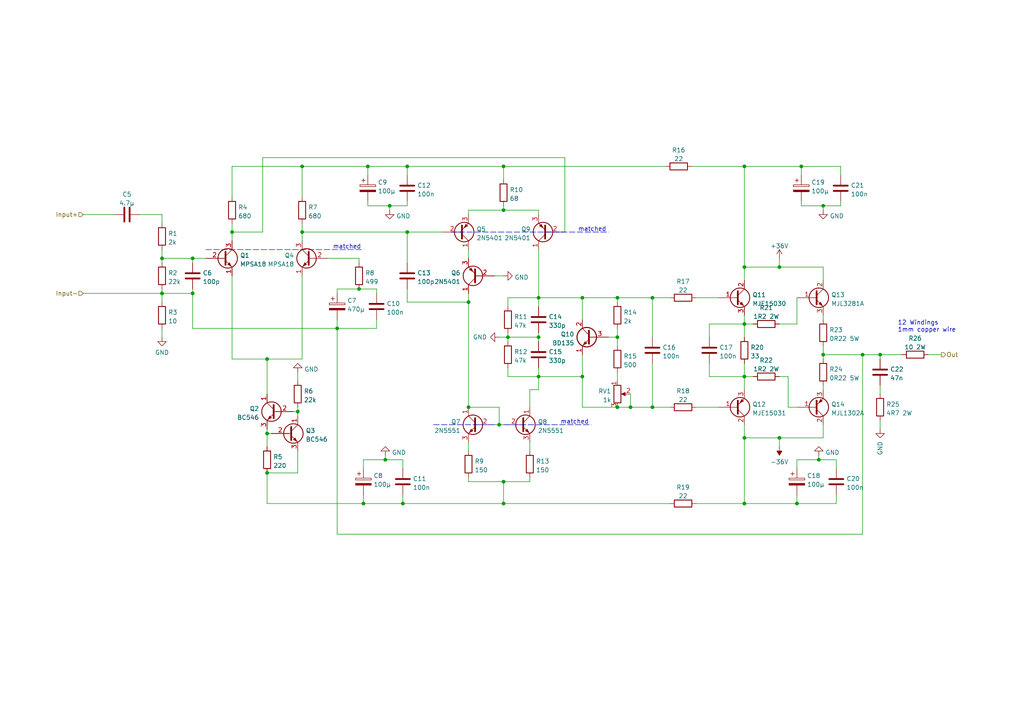
<source format=kicad_sch>
(kicad_sch (version 20211123) (generator eeschema)
  (paper "A4")
  (lib_symbols
    (symbol "Device:C" (pin_numbers hide) (pin_names (offset 0.254))
      (property "Reference" "C" (at 0.635 2.54 0))
      (property "Value" "C" (at 0.635 -2.54 0))
      (symbol "C_0_1"
        (polyline (pts (xy -2.032 -0.762) (xy 2.032 -0.762)) (stroke (width 0.508)))
        (polyline (pts (xy -2.032 0.762) (xy 2.032 0.762)) (stroke (width 0.508)))
      )
      (symbol "C_1_1"
        (pin passive line (at 0 3.81 270) (length 2.794) (name "~") (number "1"))
        (pin passive line (at 0 -3.81 90) (length 2.794) (name "~") (number "2"))
      )
    )
    (symbol "Device:C_Polarized" (pin_numbers hide) (pin_names (offset 0.254))
      (property "Reference" "C" (at 0.635 2.54 0))
      (property "Value" "C_Polarized" (at 0.635 -2.54 0))
      (symbol "C_Polarized_0_1"
        (rectangle (start -2.286 0.508) (end 2.286 1.016))
        (polyline (pts (xy -1.778 2.286) (xy -0.762 2.286)))
        (polyline (pts (xy -1.27 2.794) (xy -1.27 1.778)))
        (rectangle (start 2.286 -0.508) (end -2.286 -1.016) (fill (type outline)))
      )
      (symbol "C_Polarized_1_1"
        (pin passive line (at 0 3.81 270) (length 2.794) (name "~") (number "1"))
        (pin passive line (at 0 -3.81 90) (length 2.794) (name "~") (number "2"))
      )
    )
    (symbol "Device:Q_NPN_BCE" (pin_names (offset 0) hide)
      (property "Reference" "Q" (at 5.08 1.27 0))
      (property "Value" "Q_NPN_BCE" (at 5.08 -1.27 0))
      (symbol "Q_NPN_BCE_0_1"
        (polyline (pts (xy 0.635 0.635) (xy 2.54 2.54)))
        (polyline (pts (xy 0.635 -0.635) (xy 2.54 -2.54) (xy 2.54 -2.54)))
        (polyline (pts (xy 0.635 1.905) (xy 0.635 -1.905) (xy 0.635 -1.905)) (stroke (width 0.508)))
        (polyline (pts (xy 1.27 -1.778) (xy 1.778 -1.27) (xy 2.286 -2.286) (xy 1.27 -1.778) (xy 1.27 -1.778)) (fill (type outline)))
        (circle (center 1.27 0) (radius 2.8194) (stroke (width 0.254)))
      )
      (symbol "Q_NPN_BCE_1_1"
        (pin input line (at -5.08 0 0) (length 5.715) (name "B") (number "1"))
        (pin passive line (at 2.54 5.08 270) (length 2.54) (name "C") (number "2"))
        (pin passive line (at 2.54 -5.08 90) (length 2.54) (name "E") (number "3"))
      )
    )
    (symbol "Device:Q_NPN_CBE" (pin_names (offset 0) hide)
      (property "Reference" "Q" (at 5.08 1.27 0))
      (property "Value" "Q_NPN_CBE" (at 5.08 -1.27 0))
      (symbol "Q_NPN_CBE_0_1"
        (polyline (pts (xy 0.635 0.635) (xy 2.54 2.54)))
        (polyline (pts (xy 0.635 -0.635) (xy 2.54 -2.54) (xy 2.54 -2.54)))
        (polyline (pts (xy 0.635 1.905) (xy 0.635 -1.905) (xy 0.635 -1.905)) (stroke (width 0.508)))
        (polyline (pts (xy 1.27 -1.778) (xy 1.778 -1.27) (xy 2.286 -2.286) (xy 1.27 -1.778) (xy 1.27 -1.778)) (fill (type outline)))
        (circle (center 1.27 0) (radius 2.8194) (stroke (width 0.254)))
      )
      (symbol "Q_NPN_CBE_1_1"
        (pin passive line (at 2.54 5.08 270) (length 2.54) (name "C") (number "1"))
        (pin input line (at -5.08 0 0) (length 5.715) (name "B") (number "2"))
        (pin passive line (at 2.54 -5.08 90) (length 2.54) (name "E") (number "3"))
      )
    )
    (symbol "Device:Q_PNP_BCE" (pin_names (offset 0) hide)
      (property "Reference" "Q" (at 5.08 1.27 0))
      (property "Value" "Q_PNP_BCE" (at 5.08 -1.27 0))
      (symbol "Q_PNP_BCE_0_1"
        (polyline (pts (xy 0.635 0.635) (xy 2.54 2.54)))
        (polyline (pts (xy 0.635 -0.635) (xy 2.54 -2.54) (xy 2.54 -2.54)))
        (polyline (pts (xy 0.635 1.905) (xy 0.635 -1.905) (xy 0.635 -1.905)) (stroke (width 0.508)))
        (polyline (pts (xy 2.286 -1.778) (xy 1.778 -2.286) (xy 1.27 -1.27) (xy 2.286 -1.778) (xy 2.286 -1.778)) (fill (type outline)))
        (circle (center 1.27 0) (radius 2.8194) (stroke (width 0.254)))
      )
      (symbol "Q_PNP_BCE_1_1"
        (pin input line (at -5.08 0 0) (length 5.715) (name "B") (number "1"))
        (pin passive line (at 2.54 5.08 270) (length 2.54) (name "C") (number "2"))
        (pin passive line (at 2.54 -5.08 90) (length 2.54) (name "E") (number "3"))
      )
    )
    (symbol "Device:Q_PNP_CBE" (pin_names (offset 0) hide)
      (property "Reference" "Q" (at 5.08 1.27 0))
      (property "Value" "Q_PNP_CBE" (at 5.08 -1.27 0))
      (symbol "Q_PNP_CBE_0_1"
        (polyline (pts (xy 0.635 0.635) (xy 2.54 2.54)))
        (polyline (pts (xy 0.635 -0.635) (xy 2.54 -2.54) (xy 2.54 -2.54)))
        (polyline (pts (xy 0.635 1.905) (xy 0.635 -1.905) (xy 0.635 -1.905)) (stroke (width 0.508)))
        (polyline (pts (xy 2.286 -1.778) (xy 1.778 -2.286) (xy 1.27 -1.27) (xy 2.286 -1.778) (xy 2.286 -1.778)) (fill (type outline)))
        (circle (center 1.27 0) (radius 2.8194) (stroke (width 0.254)))
      )
      (symbol "Q_PNP_CBE_1_1"
        (pin passive line (at 2.54 5.08 270) (length 2.54) (name "C") (number "1"))
        (pin input line (at -5.08 0 0) (length 5.715) (name "B") (number "2"))
        (pin passive line (at 2.54 -5.08 90) (length 2.54) (name "E") (number "3"))
      )
    )
    (symbol "Device:R" (pin_numbers hide) (pin_names (offset 0))
      (property "Reference" "R" (at 2.032 0 90))
      (property "Value" "R" (at 0 0 90))
      (symbol "R_0_1"
        (rectangle (start -1.016 -2.54) (end 1.016 2.54) (stroke (width 0.254)))
      )
      (symbol "R_1_1"
        (pin passive line (at 0 3.81 270) (length 1.27) (name "~") (number "1"))
        (pin passive line (at 0 -3.81 90) (length 1.27) (name "~") (number "2"))
      )
    )
    (symbol "Device:R_Potentiometer" (pin_names (offset 1.016) hide)
      (property "Reference" "RV" (at -4.445 0 90))
      (property "Value" "R_Potentiometer" (at -2.54 0 90))
      (symbol "R_Potentiometer_0_1"
        (polyline (pts (xy 2.54 0) (xy 1.524 0)))
        (polyline (pts (xy 1.143 0) (xy 2.286 0.508) (xy 2.286 -0.508) (xy 1.143 0)) (fill (type outline)))
        (rectangle (start 1.016 2.54) (end -1.016 -2.54) (stroke (width 0.254)))
      )
      (symbol "R_Potentiometer_1_1"
        (pin passive line (at 0 3.81 270) (length 1.27) (name "1") (number "1"))
        (pin passive line (at 3.81 0 180) (length 1.27) (name "2") (number "2"))
        (pin passive line (at 0 -3.81 90) (length 1.27) (name "3") (number "3"))
      )
    )
    (symbol "Transistor_BJT:BC546" (pin_names (offset 0) hide)
      (property "Reference" "Q" (at 5.08 1.905 0))
      (property "Value" "BC546" (at 5.08 0 0))
      (symbol "BC546_0_1"
        (polyline (pts (xy 0 0) (xy 0.635 0)))
        (polyline (pts (xy 0.635 0.635) (xy 2.54 2.54)))
        (polyline (pts (xy 0.635 -0.635) (xy 2.54 -2.54) (xy 2.54 -2.54)))
        (polyline (pts (xy 0.635 1.905) (xy 0.635 -1.905) (xy 0.635 -1.905)) (stroke (width 0.508)))
        (polyline (pts (xy 1.27 -1.778) (xy 1.778 -1.27) (xy 2.286 -2.286) (xy 1.27 -1.778) (xy 1.27 -1.778)) (fill (type outline)))
        (circle (center 1.27 0) (radius 2.8194) (stroke (width 0.254)))
      )
      (symbol "BC546_1_1"
        (pin passive line (at 2.54 5.08 270) (length 2.54) (name "C") (number "1"))
        (pin input line (at -5.08 0 0) (length 5.08) (name "B") (number "2"))
        (pin passive line (at 2.54 -5.08 90) (length 2.54) (name "E") (number "3"))
      )
    )
    (symbol "Transistor_BJT:BD135" (pin_names (offset 0) hide)
      (property "Reference" "Q" (at 5.08 1.905 0))
      (property "Value" "BD135" (at 5.08 0 0))
      (symbol "BD135_0_1"
        (polyline (pts (xy 0 0) (xy 0.635 0)))
        (polyline (pts (xy 2.54 -2.54) (xy 0.635 -0.635)))
        (polyline (pts (xy 2.54 2.54) (xy 0.635 0.635)))
        (polyline (pts (xy 0.635 1.905) (xy 0.635 -1.905) (xy 0.635 -1.905)) (stroke (width 0.508)) (fill (type outline)))
        (polyline (pts (xy 1.2446 -1.778) (xy 1.7526 -1.27) (xy 2.286 -2.286) (xy 1.2446 -1.778) (xy 1.2446 -1.778)) (fill (type outline)))
        (circle (center 1.27 0) (radius 2.8194) (stroke (width 0.3048)))
      )
      (symbol "BD135_1_1"
        (pin passive line (at 2.54 -5.08 90) (length 2.54) (name "E") (number "1"))
        (pin passive line (at 2.54 5.08 270) (length 2.54) (name "C") (number "2"))
        (pin input line (at -5.08 0 0) (length 5.08) (name "B") (number "3"))
      )
    )
    (symbol "Transistor_BJT:MPSA42" (pin_names (offset 1.016) hide)
      (property "Reference" "Q" (at 5.08 1.905 0))
      (property "Value" "MPSA42" (at 5.08 0 0))
      (symbol "MPSA42_0_1"
        (polyline (pts (xy 0 0) (xy 0.635 0)))
        (polyline (pts (xy 0.635 0.635) (xy 2.54 2.54)))
        (polyline (pts (xy 0.635 -0.635) (xy 2.54 -2.54) (xy 2.54 -2.54)))
        (polyline (pts (xy 0.635 1.905) (xy 0.635 -1.905) (xy 0.635 -1.905)) (stroke (width 0.508)))
        (polyline (pts (xy 1.27 -1.778) (xy 1.778 -1.27) (xy 2.286 -2.286) (xy 1.27 -1.778) (xy 1.27 -1.778)) (fill (type outline)))
        (circle (center 1.27 0) (radius 2.8194) (stroke (width 0.254)))
      )
      (symbol "MPSA42_1_1"
        (pin passive line (at 2.54 -5.08 90) (length 2.54) (name "E") (number "1"))
        (pin input line (at -5.08 0 0) (length 5.08) (name "B") (number "2"))
        (pin passive line (at 2.54 5.08 270) (length 2.54) (name "C") (number "3"))
      )
    )
    (symbol "power:+36V" (power) (pin_names (offset 0))
      (property "Value" "+36V" (at 0 3.556 0))
      (symbol "+36V_0_1"
        (polyline (pts (xy -0.762 1.27) (xy 0 2.54)))
        (polyline (pts (xy 0 0) (xy 0 2.54)))
        (polyline (pts (xy 0 2.54) (xy 0.762 1.27)))
      )
      (symbol "+36V_1_1"
        (pin power_in line (at 0 0 90) (length 0) hide (name "+36V") (number "1"))
      )
    )
    (symbol "power:-36V" (power) (pin_names (offset 0))
      (property "Value" "-36V" (at 0 3.81 0))
      (symbol "-36V_0_0"
        (pin power_in line (at 0 0 90) (length 0) hide (name "-36V") (number "1"))
      )
      (symbol "-36V_0_1"
        (polyline (pts (xy 0 0) (xy 0 1.27) (xy 0.762 1.27) (xy 0 2.54) (xy -0.762 1.27) (xy 0 1.27)) (fill (type outline)))
      )
    )
    (symbol "power:GND" (power) (pin_names (offset 0))
      (property "Value" "GND" (at 0 -3.81 0))
      (symbol "GND_0_1"
        (polyline (pts (xy 0 0) (xy 0 -1.27) (xy 1.27 -1.27) (xy 0 -2.54) (xy -1.27 -1.27) (xy 0 -1.27)))
      )
      (symbol "GND_1_1"
        (pin power_in line (at 0 0 270) (length 0) hide (name "GND") (number "1"))
      )
    )
  )
  (junction (at 168.91 86.36))
  (junction (at 97.79 95.25))
  (junction (at 215.9 146.05))
  (junction (at 146.05 60.96))
  (junction (at 250.19 102.87))
  (junction (at 77.47 125.73))
  (junction (at 111.76 133.35))
  (junction (at 118.11 48.26))
  (junction (at 55.88 74.93))
  (junction (at 226.06 127))
  (junction (at 168.91 109.22))
  (junction (at 215.9 127))
  (junction (at 116.84 146.05))
  (junction (at 215.9 109.22))
  (junction (at 182.88 118.11))
  (junction (at 215.9 77.47))
  (junction (at 147.32 97.79))
  (junction (at 135.89 87.63))
  (junction (at 55.88 85.09))
  (junction (at 67.31 67.31))
  (junction (at 215.9 48.26))
  (junction (at 255.27 102.87))
  (junction (at 238.76 59.69))
  (junction (at 146.05 139.7))
  (junction (at 179.07 97.79))
  (junction (at 226.06 77.47))
  (junction (at 135.89 118.11))
  (junction (at 179.07 86.36))
  (junction (at 77.47 104.14))
  (junction (at 106.68 48.26))
  (junction (at 146.05 146.05))
  (junction (at 238.76 102.87))
  (junction (at 46.99 74.93))
  (junction (at 118.11 67.31))
  (junction (at 87.63 48.26))
  (junction (at 189.23 118.11))
  (junction (at 156.21 109.22))
  (junction (at 86.36 119.38))
  (junction (at 46.99 85.09))
  (junction (at 231.14 146.05))
  (junction (at 144.78 123.19))
  (junction (at 113.03 59.69))
  (junction (at 156.21 97.79))
  (junction (at 237.49 133.35))
  (junction (at 104.14 83.82))
  (junction (at 105.41 146.05))
  (junction (at 146.05 48.26))
  (junction (at 232.41 48.26))
  (junction (at 179.07 118.11))
  (junction (at 156.21 86.36))
  (junction (at 189.23 86.36))
  (junction (at 77.47 137.16))
  (junction (at 87.63 67.31))
  (junction (at 215.9 93.98))
  (wire (pts (xy 67.31 48.26) (xy 67.31 57.15)))
  (wire (pts (xy 156.21 97.79) (xy 156.21 99.06)))
  (wire (pts (xy 86.36 137.16) (xy 86.36 130.81)))
  (wire (pts (xy 215.9 77.47) (xy 215.9 48.26)))
  (wire (pts (xy 118.11 48.26) (xy 146.05 48.26)))
  (wire (pts (xy 156.21 72.39) (xy 156.21 86.36)))
  (wire (pts (xy 242.57 133.35) (xy 237.49 133.35)))
  (wire (pts (xy 201.93 86.36) (xy 208.28 86.36)))
  (wire (pts (xy 77.47 125.73) (xy 78.74 125.73)))
  (wire (pts (xy 232.41 58.42) (xy 232.41 59.69)))
  (wire (pts (xy 205.74 97.79) (xy 205.74 93.98)))
  (wire (pts (xy 118.11 59.69) (xy 113.03 59.69)))
  (wire (pts (xy 118.11 67.31) (xy 128.27 67.31)))
  (wire (pts (xy 135.89 138.43) (xy 135.89 139.7)))
  (wire (pts (xy 77.47 146.05) (xy 77.47 137.16)))
  (wire (pts (xy 147.32 106.68) (xy 147.32 109.22)))
  (wire (pts (xy 24.13 62.23) (xy 33.02 62.23)))
  (wire (pts (xy 156.21 62.23) (xy 156.21 60.96)))
  (wire (pts (xy 215.9 105.41) (xy 215.9 109.22)))
  (wire (pts (xy 118.11 83.82) (xy 118.11 87.63)))
  (wire (pts (xy 67.31 80.01) (xy 67.31 104.14)))
  (wire (pts (xy 189.23 97.79) (xy 189.23 86.36)))
  (wire (pts (xy 46.99 83.82) (xy 46.99 85.09)))
  (wire (pts (xy 168.91 102.87) (xy 168.91 109.22)))
  (wire (pts (xy 153.67 139.7) (xy 153.67 138.43)))
  (wire (pts (xy 242.57 146.05) (xy 242.57 143.51)))
  (wire (pts (xy 163.83 45.72) (xy 76.2 45.72)))
  (wire (pts (xy 215.9 77.47) (xy 226.06 77.47)))
  (wire (pts (xy 232.41 48.26) (xy 232.41 50.8)))
  (polyline (pts (xy 130.81 67.31) (xy 176.53 67.31)))
  (wire (pts (xy 87.63 67.31) (xy 87.63 69.85)))
  (wire (pts (xy 87.63 104.14) (xy 77.47 104.14)))
  (wire (pts (xy 97.79 95.25) (xy 97.79 154.94)))
  (wire (pts (xy 228.6 109.22) (xy 228.6 118.11)))
  (wire (pts (xy 232.41 48.26) (xy 215.9 48.26)))
  (wire (pts (xy 163.83 67.31) (xy 163.83 45.72)))
  (wire (pts (xy 46.99 85.09) (xy 46.99 87.63)))
  (wire (pts (xy 147.32 96.52) (xy 147.32 97.79)))
  (wire (pts (xy 168.91 86.36) (xy 156.21 86.36)))
  (polyline (pts (xy 59.69 72.39) (xy 105.41 72.39)))
  (wire (pts (xy 250.19 154.94) (xy 250.19 102.87)))
  (wire (pts (xy 77.47 125.73) (xy 77.47 129.54)))
  (wire (pts (xy 215.9 48.26) (xy 200.66 48.26)))
  (wire (pts (xy 76.2 45.72) (xy 76.2 67.31)))
  (wire (pts (xy 77.47 124.46) (xy 77.47 125.73)))
  (wire (pts (xy 46.99 74.93) (xy 55.88 74.93)))
  (wire (pts (xy 97.79 95.25) (xy 55.88 95.25)))
  (wire (pts (xy 146.05 139.7) (xy 146.05 146.05)))
  (wire (pts (xy 156.21 60.96) (xy 146.05 60.96)))
  (wire (pts (xy 55.88 74.93) (xy 55.88 76.2)))
  (wire (pts (xy 118.11 58.42) (xy 118.11 59.69)))
  (wire (pts (xy 106.68 48.26) (xy 106.68 50.8)))
  (wire (pts (xy 156.21 86.36) (xy 156.21 88.9)))
  (wire (pts (xy 87.63 80.01) (xy 87.63 104.14)))
  (wire (pts (xy 189.23 86.36) (xy 194.31 86.36)))
  (wire (pts (xy 135.89 118.11) (xy 144.78 118.11)))
  (wire (pts (xy 97.79 92.71) (xy 97.79 95.25)))
  (wire (pts (xy 237.49 133.35) (xy 237.49 132.08)))
  (wire (pts (xy 226.06 109.22) (xy 228.6 109.22)))
  (wire (pts (xy 135.89 128.27) (xy 135.89 130.81)))
  (wire (pts (xy 194.31 146.05) (xy 146.05 146.05)))
  (wire (pts (xy 147.32 86.36) (xy 156.21 86.36)))
  (wire (pts (xy 46.99 95.25) (xy 46.99 97.79)))
  (wire (pts (xy 238.76 111.76) (xy 238.76 113.03)))
  (wire (pts (xy 215.9 146.05) (xy 231.14 146.05)))
  (wire (pts (xy 179.07 86.36) (xy 168.91 86.36)))
  (wire (pts (xy 144.78 118.11) (xy 144.78 123.19)))
  (wire (pts (xy 116.84 133.35) (xy 111.76 133.35)))
  (wire (pts (xy 77.47 137.16) (xy 86.36 137.16)))
  (wire (pts (xy 105.41 146.05) (xy 77.47 146.05)))
  (wire (pts (xy 55.88 85.09) (xy 55.88 83.82)))
  (wire (pts (xy 135.89 87.63) (xy 135.89 118.11)))
  (wire (pts (xy 226.06 93.98) (xy 231.14 93.98)))
  (wire (pts (xy 228.6 118.11) (xy 231.14 118.11)))
  (wire (pts (xy 147.32 88.9) (xy 147.32 86.36)))
  (wire (pts (xy 238.76 77.47) (xy 226.06 77.47)))
  (wire (pts (xy 168.91 109.22) (xy 156.21 109.22)))
  (wire (pts (xy 176.53 97.79) (xy 179.07 97.79)))
  (wire (pts (xy 179.07 87.63) (xy 179.07 86.36)))
  (wire (pts (xy 87.63 48.26) (xy 106.68 48.26)))
  (wire (pts (xy 201.93 118.11) (xy 208.28 118.11)))
  (wire (pts (xy 118.11 48.26) (xy 118.11 50.8)))
  (wire (pts (xy 205.74 93.98) (xy 215.9 93.98)))
  (wire (pts (xy 156.21 109.22) (xy 156.21 106.68)))
  (wire (pts (xy 255.27 102.87) (xy 255.27 104.14)))
  (wire (pts (xy 97.79 83.82) (xy 104.14 83.82)))
  (wire (pts (xy 232.41 59.69) (xy 238.76 59.69)))
  (wire (pts (xy 106.68 48.26) (xy 118.11 48.26)))
  (wire (pts (xy 182.88 114.3) (xy 182.88 118.11)))
  (wire (pts (xy 144.78 123.19) (xy 146.05 123.19)))
  (wire (pts (xy 67.31 104.14) (xy 77.47 104.14)))
  (wire (pts (xy 242.57 135.89) (xy 242.57 133.35)))
  (wire (pts (xy 255.27 102.87) (xy 261.62 102.87)))
  (wire (pts (xy 67.31 48.26) (xy 87.63 48.26)))
  (wire (pts (xy 55.88 74.93) (xy 59.69 74.93)))
  (wire (pts (xy 40.64 62.23) (xy 46.99 62.23)))
  (wire (pts (xy 168.91 92.71) (xy 168.91 86.36)))
  (wire (pts (xy 215.9 109.22) (xy 218.44 109.22)))
  (wire (pts (xy 156.21 96.52) (xy 156.21 97.79)))
  (wire (pts (xy 238.76 102.87) (xy 238.76 104.14)))
  (wire (pts (xy 189.23 86.36) (xy 179.07 86.36)))
  (wire (pts (xy 116.84 135.89) (xy 116.84 133.35)))
  (wire (pts (xy 77.47 104.14) (xy 77.47 114.3)))
  (wire (pts (xy 215.9 93.98) (xy 218.44 93.98)))
  (wire (pts (xy 106.68 59.69) (xy 113.03 59.69)))
  (wire (pts (xy 243.84 50.8) (xy 243.84 48.26)))
  (wire (pts (xy 231.14 93.98) (xy 231.14 86.36)))
  (wire (pts (xy 147.32 109.22) (xy 156.21 109.22)))
  (wire (pts (xy 87.63 67.31) (xy 118.11 67.31)))
  (wire (pts (xy 215.9 123.19) (xy 215.9 127)))
  (wire (pts (xy 189.23 118.11) (xy 194.31 118.11)))
  (wire (pts (xy 143.51 80.01) (xy 146.05 80.01)))
  (wire (pts (xy 215.9 91.44) (xy 215.9 93.98)))
  (wire (pts (xy 146.05 146.05) (xy 116.84 146.05)))
  (wire (pts (xy 135.89 62.23) (xy 135.89 60.96)))
  (wire (pts (xy 238.76 102.87) (xy 250.19 102.87)))
  (wire (pts (xy 146.05 139.7) (xy 153.67 139.7)))
  (wire (pts (xy 231.14 146.05) (xy 242.57 146.05)))
  (wire (pts (xy 238.76 123.19) (xy 238.76 127)))
  (wire (pts (xy 118.11 76.2) (xy 118.11 67.31)))
  (wire (pts (xy 46.99 62.23) (xy 46.99 64.77)))
  (wire (pts (xy 179.07 97.79) (xy 179.07 100.33)))
  (wire (pts (xy 153.67 128.27) (xy 153.67 130.81)))
  (wire (pts (xy 255.27 111.76) (xy 255.27 114.3)))
  (wire (pts (xy 118.11 87.63) (xy 135.89 87.63)))
  (wire (pts (xy 46.99 85.09) (xy 55.88 85.09)))
  (wire (pts (xy 86.36 107.95) (xy 86.36 110.49)))
  (wire (pts (xy 189.23 105.41) (xy 189.23 118.11)))
  (wire (pts (xy 87.63 64.77) (xy 87.63 67.31)))
  (wire (pts (xy 238.76 59.69) (xy 238.76 60.96)))
  (wire (pts (xy 226.06 77.47) (xy 226.06 74.93)))
  (wire (pts (xy 215.9 109.22) (xy 215.9 113.03)))
  (wire (pts (xy 231.14 133.35) (xy 237.49 133.35)))
  (wire (pts (xy 238.76 100.33) (xy 238.76 102.87)))
  (wire (pts (xy 179.07 118.11) (xy 168.91 118.11)))
  (wire (pts (xy 231.14 135.89) (xy 231.14 133.35)))
  (wire (pts (xy 67.31 64.77) (xy 67.31 67.31)))
  (wire (pts (xy 153.67 113.03) (xy 156.21 113.03)))
  (wire (pts (xy 238.76 91.44) (xy 238.76 92.71)))
  (wire (pts (xy 147.32 97.79) (xy 147.32 99.06)))
  (wire (pts (xy 76.2 67.31) (xy 67.31 67.31)))
  (wire (pts (xy 144.78 123.19) (xy 143.51 123.19)))
  (wire (pts (xy 179.07 107.95) (xy 179.07 110.49)))
  (wire (pts (xy 238.76 127) (xy 226.06 127)))
  (wire (pts (xy 243.84 48.26) (xy 232.41 48.26)))
  (wire (pts (xy 146.05 60.96) (xy 146.05 59.69)))
  (wire (pts (xy 86.36 118.11) (xy 86.36 119.38)))
  (wire (pts (xy 111.76 133.35) (xy 111.76 132.08)))
  (wire (pts (xy 168.91 118.11) (xy 168.91 109.22)))
  (wire (pts (xy 86.36 119.38) (xy 86.36 120.65)))
  (wire (pts (xy 146.05 48.26) (xy 146.05 52.07)))
  (wire (pts (xy 189.23 118.11) (xy 182.88 118.11)))
  (wire (pts (xy 215.9 127) (xy 226.06 127)))
  (wire (pts (xy 105.41 143.51) (xy 105.41 146.05)))
  (wire (pts (xy 135.89 139.7) (xy 146.05 139.7)))
  (wire (pts (xy 109.22 83.82) (xy 104.14 83.82)))
  (wire (pts (xy 109.22 95.25) (xy 97.79 95.25)))
  (wire (pts (xy 95.25 74.93) (xy 104.14 74.93)))
  (wire (pts (xy 156.21 113.03) (xy 156.21 109.22)))
  (wire (pts (xy 135.89 87.63) (xy 135.89 85.09)))
  (wire (pts (xy 243.84 58.42) (xy 243.84 59.69)))
  (wire (pts (xy 97.79 85.09) (xy 97.79 83.82)))
  (wire (pts (xy 55.88 95.25) (xy 55.88 85.09)))
  (wire (pts (xy 97.79 154.94) (xy 250.19 154.94)))
  (wire (pts (xy 85.09 119.38) (xy 86.36 119.38)))
  (wire (pts (xy 135.89 60.96) (xy 146.05 60.96)))
  (wire (pts (xy 106.68 58.42) (xy 106.68 59.69)))
  (wire (pts (xy 116.84 143.51) (xy 116.84 146.05)))
  (wire (pts (xy 255.27 121.92) (xy 255.27 124.46)))
  (wire (pts (xy 215.9 146.05) (xy 215.9 127)))
  (wire (pts (xy 87.63 48.26) (xy 87.63 57.15)))
  (wire (pts (xy 146.05 48.26) (xy 193.04 48.26)))
  (wire (pts (xy 46.99 74.93) (xy 46.99 76.2)))
  (wire (pts (xy 105.41 133.35) (xy 111.76 133.35)))
  (wire (pts (xy 105.41 135.89) (xy 105.41 133.35)))
  (wire (pts (xy 67.31 67.31) (xy 67.31 69.85)))
  (wire (pts (xy 147.32 97.79) (xy 156.21 97.79)))
  (wire (pts (xy 201.93 146.05) (xy 215.9 146.05)))
  (wire (pts (xy 238.76 81.28) (xy 238.76 77.47)))
  (wire (pts (xy 113.03 59.69) (xy 113.03 60.96)))
  (polyline (pts (xy 125.73 123.19) (xy 171.45 123.19)))
  (wire (pts (xy 24.13 85.09) (xy 46.99 85.09)))
  (wire (pts (xy 104.14 74.93) (xy 104.14 76.2)))
  (wire (pts (xy 269.24 102.87) (xy 273.05 102.87)))
  (wire (pts (xy 109.22 92.71) (xy 109.22 95.25)))
  (wire (pts (xy 46.99 72.39) (xy 46.99 74.93)))
  (wire (pts (xy 231.14 143.51) (xy 231.14 146.05)))
  (wire (pts (xy 250.19 102.87) (xy 255.27 102.87)))
  (wire (pts (xy 135.89 72.39) (xy 135.89 74.93)))
  (wire (pts (xy 226.06 127) (xy 226.06 129.54)))
  (wire (pts (xy 205.74 105.41) (xy 205.74 109.22)))
  (wire (pts (xy 215.9 93.98) (xy 215.9 97.79)))
  (wire (pts (xy 182.88 118.11) (xy 179.07 118.11)))
  (wire (pts (xy 243.84 59.69) (xy 238.76 59.69)))
  (wire (pts (xy 116.84 146.05) (xy 105.41 146.05)))
  (wire (pts (xy 153.67 118.11) (xy 153.67 113.03)))
  (wire (pts (xy 205.74 109.22) (xy 215.9 109.22)))
  (wire (pts (xy 109.22 85.09) (xy 109.22 83.82)))
  (wire (pts (xy 215.9 81.28) (xy 215.9 77.47)))
  (wire (pts (xy 144.78 97.79) (xy 147.32 97.79)))
  (wire (pts (xy 179.07 95.25) (xy 179.07 97.79)))
  (text "12 Windings \n1mm copper wire" (at 260.35 96.52 0) (effects (font (size 1.27 1.27)) (justify left bottom)))
  (text "matched" (at 96.52 72.39 0) (effects (font (size 1.27 1.27)) (justify left bottom)))
  (text "matched" (at 167.64 67.31 0) (effects (font (size 1.27 1.27)) (justify left bottom)))
  (text "matched" (at 162.56 123.19 0) (effects (font (size 1.27 1.27)) (justify left bottom)))
  (hierarchical_label "Input-" (shape input) (at 24.13 85.09 180))
  (hierarchical_label "Out" (shape output) (at 273.05 102.87 0))
  (hierarchical_label "Input+" (shape input) (at 24.13 62.23 180))
  (symbol (lib_id "Device:R") (at 222.25 93.98 90) (unit 1)
    (property "Reference" "R21" (at 222.25 89.2642 90))
    (property "Value" "1R2 2W" (at 222.25 91.8011 90))
  )
  (symbol (lib_id "Device:R") (at 265.43 102.87 90) (unit 1)
    (property "Reference" "R26" (at 265.43 98.1542 90))
    (property "Value" "10 2W" (at 265.43 100.6911 90))
  )
  (symbol (lib_id "Transistor_BJT:MPSA42") (at 90.17 74.93 0) (mirror y) (unit 1)
    (property "Reference" "Q4" (at 85.3186 74.0953 0) (effects (justify left)))
    (property "Value" "MPSA18" (at 85.3186 76.6322 0) (effects (justify left)))
    (property "Footprint" "Package_TO_SOT_THT:TO-92_Inline" (effects hide))
    (property "Datasheet" "http://www.onsemi.com/pub_link/Collateral/MPSA42-D.PDF" (effects hide))
  )
  (symbol (lib_id "Device:R") (at 198.12 118.11 90) (unit 1)
    (property "Reference" "R18" (at 198.12 113.3942 90))
    (property "Value" "22" (at 198.12 115.9311 90))
  )
  (symbol (lib_id "Transistor_BJT:BD135") (at 171.45 97.79 0) (mirror y) (unit 1)
    (property "Reference" "Q10" (at 166.5732 96.9553 0) (effects (justify left)))
    (property "Value" "BD135" (at 166.5732 99.4922 0) (effects (justify left)))
    (property "Footprint" "Package_TO_SOT_THT:TO-126-3_Vertical" (effects hide))
    (property "Datasheet" "http://www.st.com/internet/com/TECHNICAL_RESOURCES/TECHNICAL_LITERATURE/DATASHEET/CD00001225.pdf" (effects hide))
  )
  (symbol (lib_id "Device:C") (at 156.21 102.87 0) (unit 1)
    (property "Reference" "C15" (at 159.131 102.0353 0) (effects (justify left)))
    (property "Value" "330p" (at 159.131 104.5722 0) (effects (justify left)))
  )
  (symbol (lib_id "Device:R") (at 147.32 102.87 0) (unit 1)
    (property "Reference" "R12" (at 149.098 102.0353 0) (effects (justify left)))
    (property "Value" "47k" (at 149.098 104.5722 0) (effects (justify left)))
  )
  (symbol (lib_id "Device:C") (at 156.21 92.71 0) (unit 1)
    (property "Reference" "C14" (at 159.131 91.8753 0) (effects (justify left)))
    (property "Value" "330p" (at 159.131 94.4122 0) (effects (justify left)))
  )
  (symbol (lib_id "Device:Q_PNP_BCE") (at 213.36 118.11 0) (mirror x) (unit 1)
    (property "Reference" "Q12" (at 218.2114 117.2753 0) (effects (justify left)))
    (property "Value" "MJE15031" (at 218.2114 119.8122 0) (effects (justify left)))
  )
  (symbol (lib_id "Device:R") (at 222.25 109.22 90) (unit 1)
    (property "Reference" "R22" (at 222.25 104.5042 90))
    (property "Value" "1R2 2W" (at 222.25 107.0411 90))
  )
  (symbol (lib_id "Device:C") (at 116.84 139.7 0) (unit 1)
    (property "Reference" "C11" (at 119.761 138.8653 0) (effects (justify left)))
    (property "Value" "100n" (at 119.761 141.4022 0) (effects (justify left)))
  )
  (symbol (lib_id "Device:R") (at 146.05 55.88 0) (unit 1)
    (property "Reference" "R10" (at 147.828 55.0453 0) (effects (justify left)))
    (property "Value" "68" (at 147.828 57.5822 0) (effects (justify left)))
  )
  (symbol (lib_id "Device:C_Polarized") (at 232.41 54.61 0) (unit 1)
    (property "Reference" "C19" (at 235.331 52.8863 0) (effects (justify left)))
    (property "Value" "100µ" (at 235.331 55.4232 0) (effects (justify left)))
  )
  (symbol (lib_id "Device:R") (at 215.9 101.6 0) (unit 1)
    (property "Reference" "R20" (at 217.678 100.7653 0) (effects (justify left)))
    (property "Value" "33" (at 217.678 103.3022 0) (effects (justify left)))
  )
  (symbol (lib_id "power:GND") (at 238.76 60.96 0) (unit 1)
    (property "Reference" "#PWR016" (effects hide))
    (property "Value" "GND" (at 240.665 62.6638 0) (effects (justify left)))
  )
  (symbol (lib_id "Device:C") (at 242.57 139.7 0) (unit 1)
    (property "Reference" "C20" (at 245.491 138.8653 0) (effects (justify left)))
    (property "Value" "100n" (at 245.491 141.4022 0) (effects (justify left)))
  )
  (symbol (lib_id "Device:Q_PNP_CBE") (at 138.43 80.01 180) (unit 1)
    (property "Reference" "Q6" (at 133.5787 79.1753 0) (effects (justify left)))
    (property "Value" "2N5401" (at 133.5787 81.7122 0) (effects (justify left)))
  )
  (symbol (lib_id "Device:R") (at 135.89 134.62 0) (unit 1)
    (property "Reference" "R9" (at 137.668 133.7853 0) (effects (justify left)))
    (property "Value" "150" (at 137.668 136.3222 0) (effects (justify left)))
  )
  (symbol (lib_id "Device:C") (at 255.27 107.95 0) (unit 1)
    (property "Reference" "C22" (at 258.191 107.1153 0) (effects (justify left)))
    (property "Value" "47n" (at 258.191 109.6522 0) (effects (justify left)))
  )
  (symbol (lib_id "Device:Q_PNP_CBE") (at 133.35 67.31 0) (mirror x) (unit 1)
    (property "Reference" "Q5" (at 138.2014 66.4753 0) (effects (justify left)))
    (property "Value" "2N5401" (at 138.2014 69.0122 0) (effects (justify left)))
  )
  (symbol (lib_id "Device:R") (at 198.12 146.05 90) (unit 1)
    (property "Reference" "R19" (at 198.12 141.3342 90))
    (property "Value" "22" (at 198.12 143.8711 90))
  )
  (symbol (lib_id "Device:C_Polarized") (at 106.68 54.61 0) (unit 1)
    (property "Reference" "C9" (at 109.601 52.8863 0) (effects (justify left)))
    (property "Value" "100µ" (at 109.601 55.4232 0) (effects (justify left)))
  )
  (symbol (lib_id "Device:C") (at 189.23 101.6 0) (unit 1)
    (property "Reference" "C16" (at 192.151 100.7653 0) (effects (justify left)))
    (property "Value" "100n" (at 192.151 103.3022 0) (effects (justify left)))
  )
  (symbol (lib_id "power:GND") (at 46.99 97.79 0) (unit 1)
    (property "Reference" "#PWR07" (effects hide))
    (property "Value" "GND" (at 46.99 102.2334 0))
  )
  (symbol (lib_id "power:GND") (at 113.03 60.96 0) (unit 1)
    (property "Reference" "#PWR010" (effects hide))
    (property "Value" "GND" (at 114.935 62.6638 0) (effects (justify left)))
  )
  (symbol (lib_id "Device:R") (at 86.36 114.3 0) (unit 1)
    (property "Reference" "R6" (at 88.138 113.4653 0) (effects (justify left)))
    (property "Value" "22k" (at 88.138 116.0022 0) (effects (justify left)))
  )
  (symbol (lib_id "Device:Q_PNP_CBE") (at 158.75 67.31 180) (unit 1)
    (property "Reference" "Q9" (at 153.8987 66.4753 0) (effects (justify left)))
    (property "Value" "2N5401" (at 153.8987 69.0122 0) (effects (justify left)))
  )
  (symbol (lib_id "power:GND") (at 144.78 97.79 270) (unit 1)
    (property "Reference" "#PWR011" (effects hide))
    (property "Value" "GND" (at 137.16 97.79 90) (effects (justify left)))
  )
  (symbol (lib_id "power:-36V") (at 226.06 129.54 180) (unit 1)
    (property "Reference" "#PWR014" (effects hide))
    (property "Value" "-36V" (at 226.06 133.9834 0))
  )
  (symbol (lib_id "Device:C") (at 118.11 54.61 0) (unit 1)
    (property "Reference" "C12" (at 121.031 53.7753 0) (effects (justify left)))
    (property "Value" "100n" (at 121.031 56.3122 0) (effects (justify left)))
  )
  (symbol (lib_id "Device:C") (at 55.88 80.01 0) (unit 1)
    (property "Reference" "C6" (at 58.801 79.1753 0) (effects (justify left)))
    (property "Value" "100p" (at 58.801 81.7122 0) (effects (justify left)))
  )
  (symbol (lib_id "Transistor_BJT:BC546") (at 83.82 125.73 0) (unit 1)
    (property "Reference" "Q3" (at 88.6714 124.8953 0) (effects (justify left)))
    (property "Value" "BC546" (at 88.6714 127.4322 0) (effects (justify left)))
    (property "Footprint" "Package_TO_SOT_THT:TO-92_Inline" (effects hide))
    (property "Datasheet" "https://www.onsemi.com/pub/Collateral/BC550-D.pdf" (effects hide))
  )
  (symbol (lib_id "Device:R") (at 153.67 134.62 0) (unit 1)
    (property "Reference" "R13" (at 155.448 133.7853 0) (effects (justify left)))
    (property "Value" "150" (at 155.448 136.3222 0) (effects (justify left)))
  )
  (symbol (lib_id "Device:R") (at 238.76 96.52 0) (unit 1)
    (property "Reference" "R23" (at 240.538 95.6853 0) (effects (justify left)))
    (property "Value" "0R22 5W" (at 240.538 98.2222 0) (effects (justify left)))
  )
  (symbol (lib_id "Device:R") (at 67.31 60.96 0) (unit 1)
    (property "Reference" "R4" (at 69.088 60.1253 0) (effects (justify left)))
    (property "Value" "680" (at 69.088 62.6622 0) (effects (justify left)))
  )
  (symbol (lib_id "Device:R_Potentiometer") (at 179.07 114.3 0) (unit 1)
    (property "Reference" "RV1" (at 177.2921 113.4653 0) (effects (justify right)))
    (property "Value" "1k" (at 177.2921 116.0022 0) (effects (justify right)))
  )
  (symbol (lib_id "power:GND") (at 111.76 132.08 180) (unit 1)
    (property "Reference" "#PWR09" (effects hide))
    (property "Value" "GND" (at 113.665 131.2438 0) (effects (justify right)))
  )
  (symbol (lib_id "Device:Q_NPN_BCE") (at 236.22 86.36 0) (unit 1)
    (property "Reference" "Q13" (at 241.0714 85.5253 0) (effects (justify left)))
    (property "Value" "MJL3281A" (at 241.0714 88.0622 0) (effects (justify left)))
  )
  (symbol (lib_id "Device:C") (at 36.83 62.23 90) (unit 1)
    (property "Reference" "C5" (at 36.83 56.3712 90))
    (property "Value" "4.7µ" (at 36.83 58.9081 90))
  )
  (symbol (lib_id "Device:R") (at 46.99 91.44 0) (unit 1)
    (property "Reference" "R3" (at 48.768 90.6053 0) (effects (justify left)))
    (property "Value" "10" (at 48.768 93.1422 0) (effects (justify left)))
  )
  (symbol (lib_id "Device:Q_NPN_CBE") (at 151.13 123.19 0) (unit 1)
    (property "Reference" "Q8" (at 155.9814 122.3553 0) (effects (justify left)))
    (property "Value" "2N5551" (at 155.9814 124.8922 0) (effects (justify left)))
  )
  (symbol (lib_id "Device:R") (at 104.14 80.01 0) (unit 1)
    (property "Reference" "R8" (at 105.918 79.1753 0) (effects (justify left)))
    (property "Value" "499" (at 105.918 81.7122 0) (effects (justify left)))
  )
  (symbol (lib_id "Device:C") (at 205.74 101.6 0) (unit 1)
    (property "Reference" "C17" (at 208.661 100.7653 0) (effects (justify left)))
    (property "Value" "100n" (at 208.661 103.3022 0) (effects (justify left)))
  )
  (symbol (lib_id "Device:C_Polarized") (at 231.14 139.7 0) (unit 1)
    (property "Reference" "C18" (at 234.061 137.9763 0) (effects (justify left)))
    (property "Value" "100µ" (at 234.061 140.5132 0) (effects (justify left)))
  )
  (symbol (lib_id "Device:C_Polarized") (at 105.41 139.7 0) (unit 1)
    (property "Reference" "C8" (at 108.331 137.9763 0) (effects (justify left)))
    (property "Value" "100µ" (at 108.331 140.5132 0) (effects (justify left)))
  )
  (symbol (lib_id "Device:C_Polarized") (at 97.79 88.9 0) (unit 1)
    (property "Reference" "C7" (at 100.711 87.1763 0) (effects (justify left)))
    (property "Value" "470µ" (at 100.711 89.7132 0) (effects (justify left)))
  )
  (symbol (lib_id "Device:R") (at 198.12 86.36 90) (unit 1)
    (property "Reference" "R17" (at 198.12 81.6442 90))
    (property "Value" "22" (at 198.12 84.1811 90))
  )
  (symbol (lib_id "Transistor_BJT:MPSA42") (at 64.77 74.93 0) (unit 1)
    (property "Reference" "Q1" (at 69.6214 74.0953 0) (effects (justify left)))
    (property "Value" "MPSA18" (at 69.6214 76.6322 0) (effects (justify left)))
    (property "Footprint" "Package_TO_SOT_THT:TO-92_Inline" (effects hide))
    (property "Datasheet" "http://www.onsemi.com/pub_link/Collateral/MPSA42-D.PDF" (effects hide))
  )
  (symbol (lib_id "Transistor_BJT:BC546") (at 80.01 119.38 0) (mirror y) (unit 1)
    (property "Reference" "Q2" (at 75.1586 118.5453 0) (effects (justify left)))
    (property "Value" "BC546" (at 75.1586 121.0822 0) (effects (justify left)))
    (property "Footprint" "Package_TO_SOT_THT:TO-92_Inline" (effects hide))
    (property "Datasheet" "https://www.onsemi.com/pub/Collateral/BC550-D.pdf" (effects hide))
  )
  (symbol (lib_id "power:+36V") (at 226.06 74.93 0) (unit 1)
    (property "Reference" "#PWR013" (effects hide))
    (property "Value" "+36V" (at 226.06 71.3542 0))
  )
  (symbol (lib_id "Device:R") (at 179.07 104.14 0) (unit 1)
    (property "Reference" "R15" (at 180.848 103.3053 0) (effects (justify left)))
    (property "Value" "500" (at 180.848 105.8422 0) (effects (justify left)))
  )
  (symbol (lib_id "Device:R") (at 87.63 60.96 0) (unit 1)
    (property "Reference" "R7" (at 89.408 60.1253 0) (effects (justify left)))
    (property "Value" "680" (at 89.408 62.6622 0) (effects (justify left)))
  )
  (symbol (lib_id "Device:R") (at 255.27 118.11 0) (unit 1)
    (property "Reference" "R25" (at 257.048 117.2753 0) (effects (justify left)))
    (property "Value" "4R7 2W" (at 257.048 119.8122 0) (effects (justify left)))
  )
  (symbol (lib_id "Device:R") (at 46.99 80.01 0) (unit 1)
    (property "Reference" "R2" (at 48.768 79.1753 0) (effects (justify left)))
    (property "Value" "22k" (at 48.768 81.7122 0) (effects (justify left)))
  )
  (symbol (lib_id "Device:Q_NPN_BCE") (at 213.36 86.36 0) (unit 1)
    (property "Reference" "Q11" (at 218.2114 85.5253 0) (effects (justify left)))
    (property "Value" "MJE15030" (at 218.2114 88.0622 0) (effects (justify left)))
  )
  (symbol (lib_id "power:GND") (at 237.49 132.08 180) (unit 1)
    (property "Reference" "#PWR015" (effects hide))
    (property "Value" "GND" (at 239.395 131.2438 0) (effects (justify right)))
  )
  (symbol (lib_id "Device:R") (at 179.07 91.44 0) (unit 1)
    (property "Reference" "R14" (at 180.848 90.6053 0) (effects (justify left)))
    (property "Value" "2k" (at 180.848 93.1422 0) (effects (justify left)))
  )
  (symbol (lib_id "Device:Q_NPN_CBE") (at 138.43 123.19 0) (mirror y) (unit 1)
    (property "Reference" "Q7" (at 133.5787 122.3553 0) (effects (justify left)))
    (property "Value" "2N5551" (at 133.5787 124.8922 0) (effects (justify left)))
  )
  (symbol (lib_id "Device:C") (at 118.11 80.01 0) (unit 1)
    (property "Reference" "C13" (at 121.031 79.1753 0) (effects (justify left)))
    (property "Value" "100p" (at 121.031 81.7122 0) (effects (justify left)))
  )
  (symbol (lib_id "power:GND") (at 146.05 80.01 90) (unit 1)
    (property "Reference" "#PWR012" (effects hide))
    (property "Value" "GND" (at 149.225 80.4438 90) (effects (justify right)))
  )
  (symbol (lib_id "Device:R") (at 46.99 68.58 0) (unit 1)
    (property "Reference" "R1" (at 48.768 67.7453 0) (effects (justify left)))
    (property "Value" "2k" (at 48.768 70.2822 0) (effects (justify left)))
  )
  (symbol (lib_id "power:GND") (at 86.36 107.95 180) (unit 1)
    (property "Reference" "#PWR08" (effects hide))
    (property "Value" "GND" (at 88.265 107.1138 0) (effects (justify right)))
  )
  (symbol (lib_id "Device:C") (at 243.84 54.61 0) (unit 1)
    (property "Reference" "C21" (at 246.761 53.7753 0) (effects (justify left)))
    (property "Value" "100n" (at 246.761 56.3122 0) (effects (justify left)))
  )
  (symbol (lib_id "Device:R") (at 238.76 107.95 0) (unit 1)
    (property "Reference" "R24" (at 240.538 107.1153 0) (effects (justify left)))
    (property "Value" "0R22 5W" (at 240.538 109.6522 0) (effects (justify left)))
  )
  (symbol (lib_id "Device:Q_PNP_BCE") (at 236.22 118.11 0) (mirror x) (unit 1)
    (property "Reference" "Q14" (at 241.0714 117.2753 0) (effects (justify left)))
    (property "Value" "MJL1302A" (at 241.0714 119.8122 0) (effects (justify left)))
  )
  (symbol (lib_id "power:GND") (at 255.27 124.46 0) (unit 1)
    (property "Reference" "#PWR017" (effects hide))
    (property "Value" "GND" (at 255.27 132.08 90) (effects (justify left)))
  )
  (symbol (lib_id "Device:C") (at 109.22 88.9 0) (unit 1)
    (property "Reference" "C10" (at 112.141 88.0653 0) (effects (justify left)))
    (property "Value" "100n" (at 112.141 90.6022 0) (effects (justify left)))
  )
  (symbol (lib_id "Device:R") (at 196.85 48.26 90) (unit 1)
    (property "Reference" "R16" (at 196.85 43.5442 90))
    (property "Value" "22" (at 196.85 46.0811 90))
  )
  (symbol (lib_id "Device:R") (at 147.32 92.71 0) (unit 1)
    (property "Reference" "R11" (at 149.098 91.8753 0) (effects (justify left)))
    (property "Value" "47k" (at 149.098 94.4122 0) (effects (justify left)))
  )
  (symbol (lib_id "Device:R") (at 77.47 133.35 0) (unit 1)
    (property "Reference" "R5" (at 79.248 132.5153 0) (effects (justify left)))
    (property "Value" "220" (at 79.248 135.0522 0) (effects (justify left)))
  )
)
</source>
